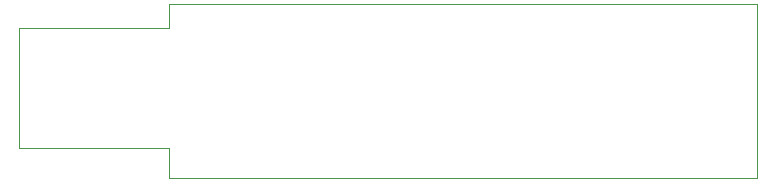
<source format=gbr>
%TF.GenerationSoftware,KiCad,Pcbnew,5.1.6-c6e7f7d~87~ubuntu18.04.1*%
%TF.CreationDate,2020-09-27T02:41:19+01:00*%
%TF.ProjectId,OLED_USB_Stick,4f4c4544-5f55-4534-925f-537469636b2e,rev?*%
%TF.SameCoordinates,Original*%
%TF.FileFunction,Profile,NP*%
%FSLAX46Y46*%
G04 Gerber Fmt 4.6, Leading zero omitted, Abs format (unit mm)*
G04 Created by KiCad (PCBNEW 5.1.6-c6e7f7d~87~ubuntu18.04.1) date 2020-09-27 02:41:19*
%MOMM*%
%LPD*%
G01*
G04 APERTURE LIST*
%TA.AperFunction,Profile*%
%ADD10C,0.050000*%
%TD*%
G04 APERTURE END LIST*
D10*
X187452000Y-86360000D02*
X137668000Y-86360000D01*
X137668000Y-83820000D02*
X137668000Y-86360000D01*
X124968000Y-83820000D02*
X137668000Y-83820000D01*
X124968000Y-73660000D02*
X124968000Y-83820000D01*
X137668000Y-73660000D02*
X124968000Y-73660000D01*
X137668000Y-71628000D02*
X137668000Y-73660000D01*
X187452000Y-71628000D02*
X137668000Y-71628000D01*
X187452000Y-86360000D02*
X187452000Y-71628000D01*
M02*

</source>
